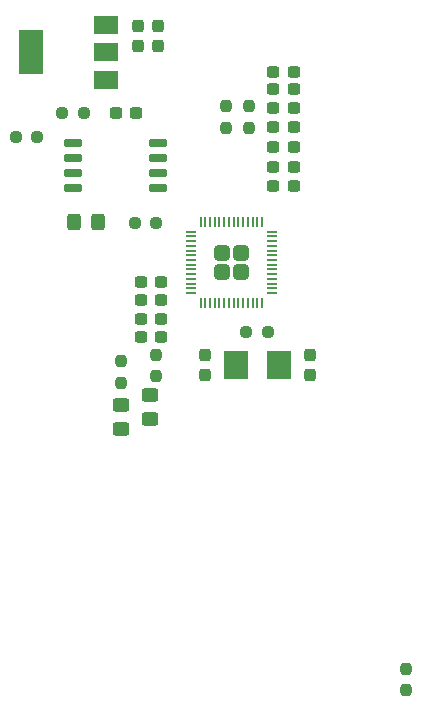
<source format=gtp>
%TF.GenerationSoftware,KiCad,Pcbnew,7.0.6*%
%TF.CreationDate,2024-03-18T20:13:49+01:00*%
%TF.ProjectId,startrckr_pcb,73746172-7472-4636-9b72-5f7063622e6b,rev?*%
%TF.SameCoordinates,Original*%
%TF.FileFunction,Paste,Top*%
%TF.FilePolarity,Positive*%
%FSLAX46Y46*%
G04 Gerber Fmt 4.6, Leading zero omitted, Abs format (unit mm)*
G04 Created by KiCad (PCBNEW 7.0.6) date 2024-03-18 20:13:49*
%MOMM*%
%LPD*%
G01*
G04 APERTURE LIST*
G04 Aperture macros list*
%AMRoundRect*
0 Rectangle with rounded corners*
0 $1 Rounding radius*
0 $2 $3 $4 $5 $6 $7 $8 $9 X,Y pos of 4 corners*
0 Add a 4 corners polygon primitive as box body*
4,1,4,$2,$3,$4,$5,$6,$7,$8,$9,$2,$3,0*
0 Add four circle primitives for the rounded corners*
1,1,$1+$1,$2,$3*
1,1,$1+$1,$4,$5*
1,1,$1+$1,$6,$7*
1,1,$1+$1,$8,$9*
0 Add four rect primitives between the rounded corners*
20,1,$1+$1,$2,$3,$4,$5,0*
20,1,$1+$1,$4,$5,$6,$7,0*
20,1,$1+$1,$6,$7,$8,$9,0*
20,1,$1+$1,$8,$9,$2,$3,0*%
G04 Aperture macros list end*
%ADD10RoundRect,0.237500X0.237500X-0.300000X0.237500X0.300000X-0.237500X0.300000X-0.237500X-0.300000X0*%
%ADD11RoundRect,0.237500X-0.237500X0.250000X-0.237500X-0.250000X0.237500X-0.250000X0.237500X0.250000X0*%
%ADD12RoundRect,0.237500X-0.300000X-0.237500X0.300000X-0.237500X0.300000X0.237500X-0.300000X0.237500X0*%
%ADD13RoundRect,0.237500X0.237500X-0.250000X0.237500X0.250000X-0.237500X0.250000X-0.237500X-0.250000X0*%
%ADD14RoundRect,0.237500X0.300000X0.237500X-0.300000X0.237500X-0.300000X-0.237500X0.300000X-0.237500X0*%
%ADD15RoundRect,0.249999X-0.395001X-0.395001X0.395001X-0.395001X0.395001X0.395001X-0.395001X0.395001X0*%
%ADD16RoundRect,0.050000X-0.387500X-0.050000X0.387500X-0.050000X0.387500X0.050000X-0.387500X0.050000X0*%
%ADD17RoundRect,0.050000X-0.050000X-0.387500X0.050000X-0.387500X0.050000X0.387500X-0.050000X0.387500X0*%
%ADD18RoundRect,0.250000X0.450000X-0.325000X0.450000X0.325000X-0.450000X0.325000X-0.450000X-0.325000X0*%
%ADD19RoundRect,0.237500X-0.250000X-0.237500X0.250000X-0.237500X0.250000X0.237500X-0.250000X0.237500X0*%
%ADD20R,2.000000X1.500000*%
%ADD21R,2.000000X3.800000*%
%ADD22RoundRect,0.237500X0.250000X0.237500X-0.250000X0.237500X-0.250000X-0.237500X0.250000X-0.237500X0*%
%ADD23R,2.000000X2.400000*%
%ADD24RoundRect,0.150000X-0.650000X-0.150000X0.650000X-0.150000X0.650000X0.150000X-0.650000X0.150000X0*%
%ADD25RoundRect,0.250000X-0.325000X-0.450000X0.325000X-0.450000X0.325000X0.450000X-0.325000X0.450000X0*%
%ADD26RoundRect,0.237500X-0.237500X0.300000X-0.237500X-0.300000X0.237500X-0.300000X0.237500X0.300000X0*%
G04 APERTURE END LIST*
D10*
%TO.C,C3*%
X188153966Y-76544181D03*
X188153966Y-74819181D03*
%TD*%
D11*
%TO.C,R9*%
X197485000Y-81637500D03*
X197485000Y-83462500D03*
%TD*%
D12*
%TO.C,C8*%
X199570000Y-81827680D03*
X201295000Y-81827680D03*
%TD*%
%TO.C,C6*%
X199570000Y-80221623D03*
X201295000Y-80221623D03*
%TD*%
D13*
%TO.C,R4*%
X186690000Y-105052500D03*
X186690000Y-103227500D03*
%TD*%
D14*
%TO.C,C15*%
X190107930Y-99634300D03*
X188382930Y-99634300D03*
%TD*%
D15*
%TO.C,U1*%
X195220786Y-94061606D03*
X195220786Y-95661606D03*
X196820786Y-94061606D03*
X196820786Y-95661606D03*
D16*
X192583286Y-92261606D03*
X192583286Y-92661606D03*
X192583286Y-93061606D03*
X192583286Y-93461606D03*
X192583286Y-93861606D03*
X192583286Y-94261606D03*
X192583286Y-94661606D03*
X192583286Y-95061606D03*
X192583286Y-95461606D03*
X192583286Y-95861606D03*
X192583286Y-96261606D03*
X192583286Y-96661606D03*
X192583286Y-97061606D03*
X192583286Y-97461606D03*
D17*
X193420786Y-98299106D03*
X193820786Y-98299106D03*
X194220786Y-98299106D03*
X194620786Y-98299106D03*
X195020786Y-98299106D03*
X195420786Y-98299106D03*
X195820786Y-98299106D03*
X196220786Y-98299106D03*
X196620786Y-98299106D03*
X197020786Y-98299106D03*
X197420786Y-98299106D03*
X197820786Y-98299106D03*
X198220786Y-98299106D03*
X198620786Y-98299106D03*
D16*
X199458286Y-97461606D03*
X199458286Y-97061606D03*
X199458286Y-96661606D03*
X199458286Y-96261606D03*
X199458286Y-95861606D03*
X199458286Y-95461606D03*
X199458286Y-95061606D03*
X199458286Y-94661606D03*
X199458286Y-94261606D03*
X199458286Y-93861606D03*
X199458286Y-93461606D03*
X199458286Y-93061606D03*
X199458286Y-92661606D03*
X199458286Y-92261606D03*
D17*
X198620786Y-91424106D03*
X198220786Y-91424106D03*
X197820786Y-91424106D03*
X197420786Y-91424106D03*
X197020786Y-91424106D03*
X196620786Y-91424106D03*
X196220786Y-91424106D03*
X195820786Y-91424106D03*
X195420786Y-91424106D03*
X195020786Y-91424106D03*
X194620786Y-91424106D03*
X194220786Y-91424106D03*
X193820786Y-91424106D03*
X193420786Y-91424106D03*
%TD*%
D14*
%TO.C,C12*%
X190107930Y-101191451D03*
X188382930Y-101191451D03*
%TD*%
D18*
%TO.C,D2*%
X189143548Y-108113548D03*
X189143548Y-106063548D03*
%TD*%
D19*
%TO.C,R12*%
X181726062Y-82241478D03*
X183551062Y-82241478D03*
%TD*%
D10*
%TO.C,C5*%
X202679581Y-104434215D03*
X202679581Y-102709215D03*
%TD*%
D19*
%TO.C,R11*%
X177779855Y-84204657D03*
X179604855Y-84204657D03*
%TD*%
D10*
%TO.C,C4*%
X193789581Y-104434215D03*
X193789581Y-102709215D03*
%TD*%
D20*
%TO.C,U2*%
X185395000Y-79381008D03*
X185395000Y-77081008D03*
D21*
X179095000Y-77081008D03*
D20*
X185395000Y-74781008D03*
%TD*%
D13*
%TO.C,R7*%
X210820000Y-129262500D03*
X210820000Y-131087500D03*
%TD*%
D22*
%TO.C,R10*%
X197278899Y-100787512D03*
X199103899Y-100787512D03*
%TD*%
D14*
%TO.C,C17*%
X188382930Y-96520000D03*
X190107930Y-96520000D03*
%TD*%
D19*
%TO.C,R6*%
X189659193Y-91561451D03*
X187834193Y-91561451D03*
%TD*%
D11*
%TO.C,R8*%
X195580000Y-81637500D03*
X195580000Y-83462500D03*
%TD*%
D23*
%TO.C,Y1*%
X200084581Y-103571715D03*
X196384581Y-103571715D03*
%TD*%
D14*
%TO.C,C13*%
X188382930Y-98077150D03*
X190107930Y-98077150D03*
%TD*%
D24*
%TO.C,U3*%
X182647001Y-84785822D03*
X182647001Y-86055822D03*
X182647001Y-87325822D03*
X182647001Y-88595822D03*
X189847001Y-88595822D03*
X189847001Y-87325822D03*
X189847001Y-86055822D03*
X189847001Y-84785822D03*
%TD*%
D12*
%TO.C,C16*%
X199570000Y-86750607D03*
X201295000Y-86750607D03*
%TD*%
%TO.C,C14*%
X199570000Y-85090000D03*
X201295000Y-85090000D03*
%TD*%
%TO.C,C9*%
X186221062Y-82241478D03*
X187946062Y-82241478D03*
%TD*%
D18*
%TO.C,D1*%
X186690000Y-108975000D03*
X186690000Y-106925000D03*
%TD*%
D12*
%TO.C,C7*%
X199575840Y-78720725D03*
X201300840Y-78720725D03*
%TD*%
%TO.C,C10*%
X199570000Y-83441045D03*
X201295000Y-83441045D03*
%TD*%
D25*
%TO.C,D3*%
X184752847Y-91463732D03*
X182702847Y-91463732D03*
%TD*%
D26*
%TO.C,C2*%
X189795230Y-74833857D03*
X189795230Y-76558857D03*
%TD*%
D13*
%TO.C,R5*%
X189677459Y-104497284D03*
X189677459Y-102672284D03*
%TD*%
D12*
%TO.C,C11*%
X199570000Y-88396269D03*
X201295000Y-88396269D03*
%TD*%
M02*

</source>
